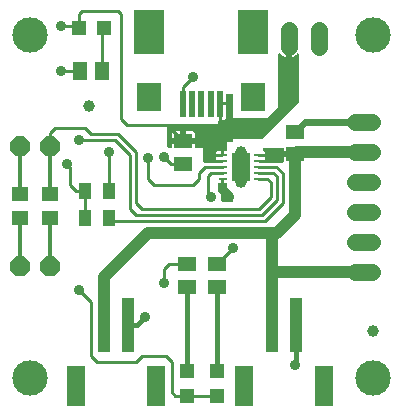
<source format=gbr>
G04 EAGLE Gerber RS-274X export*
G75*
%MOMM*%
%FSLAX34Y34*%
%LPD*%
%INTop Copper*%
%IPPOS*%
%AMOC8*
5,1,8,0,0,1.08239X$1,22.5*%
G01*
%ADD10R,0.800000X0.250000*%
%ADD11R,1.580000X2.350000*%
%ADD12R,2.000000X2.400000*%
%ADD13R,0.500000X2.308000*%
%ADD14R,2.540000X3.810000*%
%ADD15R,1.000000X4.600000*%
%ADD16R,1.600000X3.400000*%
%ADD17R,1.200000X1.200000*%
%ADD18R,1.500000X1.300000*%
%ADD19R,1.300000X1.500000*%
%ADD20C,0.304800*%
%ADD21P,1.814519X8X112.500000*%
%ADD22R,1.400000X1.200000*%
%ADD23C,1.000000*%
%ADD24C,1.406400*%
%ADD25C,3.000000*%
%ADD26R,1.100000X1.400000*%
%ADD27C,0.406400*%
%ADD28C,0.254000*%
%ADD29C,0.908000*%
%ADD30C,0.609600*%
%ADD31C,1.008000*%
%ADD32C,1.016000*%

G36*
X201914Y269358D02*
X201914Y269358D01*
X201907Y269477D01*
X201894Y269515D01*
X201889Y269556D01*
X201846Y269666D01*
X201809Y269779D01*
X201787Y269814D01*
X201772Y269851D01*
X201703Y269947D01*
X201639Y270048D01*
X201609Y270076D01*
X201586Y270109D01*
X201494Y270185D01*
X201407Y270266D01*
X201372Y270286D01*
X201341Y270311D01*
X201233Y270362D01*
X201129Y270420D01*
X201089Y270430D01*
X201053Y270447D01*
X200936Y270469D01*
X200821Y270499D01*
X200761Y270503D01*
X200741Y270507D01*
X200720Y270505D01*
X200660Y270509D01*
X196802Y270509D01*
X196684Y270494D01*
X196565Y270487D01*
X196527Y270474D01*
X196486Y270469D01*
X196376Y270426D01*
X196263Y270389D01*
X196228Y270367D01*
X196191Y270352D01*
X196095Y270283D01*
X195994Y270219D01*
X195966Y270189D01*
X195933Y270166D01*
X195857Y270074D01*
X195776Y269987D01*
X195756Y269952D01*
X195731Y269921D01*
X195680Y269813D01*
X195622Y269709D01*
X195612Y269669D01*
X195595Y269633D01*
X195573Y269516D01*
X195543Y269401D01*
X195539Y269341D01*
X195535Y269321D01*
X195537Y269300D01*
X195536Y269291D01*
X195535Y269288D01*
X195536Y269284D01*
X195533Y269240D01*
X195533Y263169D01*
X191000Y263169D01*
X190882Y263154D01*
X190763Y263147D01*
X190725Y263135D01*
X190685Y263130D01*
X190574Y263086D01*
X190461Y263049D01*
X190427Y263027D01*
X190389Y263013D01*
X190293Y262943D01*
X190192Y262879D01*
X190192Y262878D01*
X190164Y262849D01*
X190132Y262826D01*
X190132Y262825D01*
X190131Y262825D01*
X190055Y262733D01*
X189974Y262647D01*
X189954Y262611D01*
X189928Y262580D01*
X189878Y262473D01*
X189820Y262368D01*
X189810Y262329D01*
X189793Y262293D01*
X189771Y262176D01*
X189741Y262060D01*
X189737Y262000D01*
X189733Y261980D01*
X189734Y261960D01*
X189731Y261900D01*
X189731Y248061D01*
X189692Y248037D01*
X189664Y248007D01*
X189631Y247984D01*
X189556Y247892D01*
X189474Y247805D01*
X189454Y247770D01*
X189429Y247739D01*
X189378Y247631D01*
X189320Y247527D01*
X189310Y247487D01*
X189293Y247451D01*
X189271Y247334D01*
X189241Y247219D01*
X189237Y247159D01*
X189233Y247139D01*
X189235Y247118D01*
X189231Y247058D01*
X189231Y245109D01*
X147320Y245109D01*
X147202Y245094D01*
X147083Y245087D01*
X147045Y245074D01*
X147004Y245069D01*
X146894Y245026D01*
X146781Y244989D01*
X146746Y244967D01*
X146709Y244952D01*
X146613Y244883D01*
X146512Y244819D01*
X146484Y244789D01*
X146451Y244766D01*
X146376Y244674D01*
X146294Y244587D01*
X146274Y244552D01*
X146249Y244521D01*
X146198Y244413D01*
X146140Y244309D01*
X146130Y244269D01*
X146113Y244233D01*
X146091Y244116D01*
X146061Y244001D01*
X146057Y243941D01*
X146053Y243921D01*
X146054Y243907D01*
X146053Y243903D01*
X146054Y243891D01*
X146051Y243840D01*
X146051Y226060D01*
X146066Y225942D01*
X146073Y225823D01*
X146086Y225785D01*
X146091Y225744D01*
X146134Y225634D01*
X146171Y225521D01*
X146193Y225486D01*
X146208Y225449D01*
X146278Y225353D01*
X146341Y225252D01*
X146371Y225224D01*
X146394Y225191D01*
X146486Y225116D01*
X146573Y225034D01*
X146608Y225014D01*
X146639Y224989D01*
X146747Y224938D01*
X146851Y224880D01*
X146891Y224870D01*
X146927Y224853D01*
X147044Y224831D01*
X147159Y224801D01*
X147220Y224797D01*
X147240Y224793D01*
X147260Y224795D01*
X147320Y224791D01*
X148898Y224791D01*
X149016Y224806D01*
X149135Y224813D01*
X149173Y224826D01*
X149214Y224831D01*
X149324Y224874D01*
X149437Y224911D01*
X149472Y224933D01*
X149509Y224948D01*
X149605Y225018D01*
X149706Y225081D01*
X149734Y225111D01*
X149767Y225134D01*
X149843Y225226D01*
X149924Y225313D01*
X149944Y225348D01*
X149969Y225379D01*
X150020Y225487D01*
X150078Y225591D01*
X150088Y225631D01*
X150105Y225667D01*
X150127Y225784D01*
X150157Y225899D01*
X150161Y225960D01*
X150165Y225980D01*
X150163Y226000D01*
X150167Y226060D01*
X150167Y227781D01*
X158430Y227781D01*
X158548Y227796D01*
X158667Y227803D01*
X158705Y227816D01*
X158745Y227821D01*
X158856Y227864D01*
X158969Y227901D01*
X159004Y227923D01*
X159041Y227938D01*
X159137Y228008D01*
X159238Y228071D01*
X159266Y228101D01*
X159298Y228125D01*
X159374Y228216D01*
X159456Y228303D01*
X159475Y228338D01*
X159501Y228369D01*
X159552Y228477D01*
X159609Y228581D01*
X159620Y228621D01*
X159637Y228657D01*
X159659Y228774D01*
X159689Y228889D01*
X159693Y228950D01*
X159697Y228970D01*
X159695Y228990D01*
X159699Y229050D01*
X159699Y230321D01*
X159701Y230321D01*
X159701Y229050D01*
X159716Y228932D01*
X159723Y228813D01*
X159736Y228775D01*
X159741Y228735D01*
X159785Y228624D01*
X159821Y228511D01*
X159843Y228476D01*
X159858Y228439D01*
X159928Y228343D01*
X159991Y228242D01*
X160021Y228214D01*
X160045Y228181D01*
X160136Y228106D01*
X160223Y228024D01*
X160258Y228004D01*
X160290Y227979D01*
X160397Y227928D01*
X160501Y227870D01*
X160541Y227860D01*
X160577Y227843D01*
X160694Y227821D01*
X160809Y227791D01*
X160870Y227787D01*
X160890Y227783D01*
X160910Y227785D01*
X160970Y227781D01*
X169233Y227781D01*
X169233Y226060D01*
X169248Y225942D01*
X169255Y225823D01*
X169268Y225785D01*
X169273Y225744D01*
X169316Y225634D01*
X169353Y225521D01*
X169375Y225486D01*
X169390Y225449D01*
X169459Y225353D01*
X169523Y225252D01*
X169553Y225224D01*
X169576Y225191D01*
X169668Y225116D01*
X169755Y225034D01*
X169790Y225014D01*
X169821Y224989D01*
X169929Y224938D01*
X170033Y224880D01*
X170073Y224870D01*
X170109Y224853D01*
X170226Y224831D01*
X170341Y224801D01*
X170401Y224797D01*
X170421Y224793D01*
X170442Y224795D01*
X170502Y224791D01*
X176531Y224791D01*
X176531Y213360D01*
X176546Y213242D01*
X176553Y213123D01*
X176566Y213085D01*
X176571Y213044D01*
X176614Y212934D01*
X176651Y212821D01*
X176673Y212786D01*
X176688Y212749D01*
X176758Y212653D01*
X176821Y212552D01*
X176851Y212524D01*
X176874Y212491D01*
X176966Y212416D01*
X177053Y212334D01*
X177088Y212314D01*
X177119Y212289D01*
X177227Y212238D01*
X177331Y212180D01*
X177371Y212170D01*
X177407Y212153D01*
X177524Y212131D01*
X177639Y212101D01*
X177700Y212097D01*
X177720Y212093D01*
X177740Y212095D01*
X177800Y212091D01*
X185818Y212091D01*
X185936Y212106D01*
X186055Y212113D01*
X186093Y212126D01*
X186134Y212131D01*
X186244Y212174D01*
X186357Y212211D01*
X186392Y212233D01*
X186429Y212248D01*
X186525Y212318D01*
X186546Y212331D01*
X193120Y212331D01*
X193238Y212346D01*
X193357Y212353D01*
X193395Y212365D01*
X193435Y212370D01*
X193546Y212414D01*
X193659Y212451D01*
X193693Y212473D01*
X193731Y212487D01*
X193827Y212557D01*
X193928Y212621D01*
X193956Y212651D01*
X193988Y212674D01*
X194064Y212766D01*
X194146Y212853D01*
X194165Y212888D01*
X194191Y212919D01*
X194242Y213027D01*
X194299Y213131D01*
X194309Y213170D01*
X194327Y213207D01*
X194349Y213324D01*
X194379Y213439D01*
X194383Y213499D01*
X194386Y213519D01*
X194386Y213520D01*
X194385Y213540D01*
X194389Y213600D01*
X194374Y213718D01*
X194367Y213837D01*
X194354Y213875D01*
X194349Y213916D01*
X194305Y214026D01*
X194269Y214140D01*
X194247Y214174D01*
X194232Y214211D01*
X194162Y214308D01*
X194098Y214408D01*
X194069Y214436D01*
X194045Y214469D01*
X193953Y214545D01*
X193867Y214626D01*
X193831Y214646D01*
X193800Y214672D01*
X193693Y214722D01*
X193588Y214780D01*
X193549Y214790D01*
X193513Y214807D01*
X193396Y214829D01*
X193280Y214859D01*
X193220Y214863D01*
X193200Y214867D01*
X193180Y214866D01*
X193120Y214869D01*
X187087Y214869D01*
X187087Y215118D01*
X187262Y215771D01*
X187275Y215863D01*
X187297Y215953D01*
X187297Y216020D01*
X187306Y216087D01*
X187295Y216178D01*
X187294Y216271D01*
X187271Y216386D01*
X187269Y216402D01*
X187266Y216410D01*
X187262Y216429D01*
X187087Y217082D01*
X187087Y217331D01*
X193120Y217331D01*
X193238Y217346D01*
X193357Y217353D01*
X193395Y217365D01*
X193435Y217370D01*
X193546Y217414D01*
X193659Y217451D01*
X193693Y217473D01*
X193731Y217487D01*
X193827Y217557D01*
X193928Y217621D01*
X193956Y217651D01*
X193988Y217674D01*
X193989Y217675D01*
X194065Y217767D01*
X194146Y217853D01*
X194166Y217889D01*
X194192Y217920D01*
X194242Y218027D01*
X194300Y218132D01*
X194310Y218171D01*
X194327Y218207D01*
X194349Y218324D01*
X194379Y218440D01*
X194383Y218500D01*
X194387Y218520D01*
X194386Y218540D01*
X194389Y218600D01*
X194389Y221883D01*
X195580Y221883D01*
X195698Y221898D01*
X195817Y221905D01*
X195855Y221917D01*
X195896Y221923D01*
X196006Y221966D01*
X196119Y222003D01*
X196154Y222025D01*
X196191Y222040D01*
X196287Y222109D01*
X196388Y222173D01*
X196416Y222203D01*
X196449Y222226D01*
X196525Y222318D01*
X196606Y222405D01*
X196626Y222440D01*
X196651Y222471D01*
X196702Y222579D01*
X196760Y222683D01*
X196770Y222723D01*
X196787Y222759D01*
X196809Y222876D01*
X196839Y222991D01*
X196843Y223051D01*
X196847Y223071D01*
X196845Y223092D01*
X196849Y223152D01*
X196849Y229871D01*
X200660Y229871D01*
X200778Y229886D01*
X200897Y229893D01*
X200935Y229906D01*
X200976Y229911D01*
X201086Y229954D01*
X201199Y229991D01*
X201234Y230013D01*
X201271Y230028D01*
X201367Y230098D01*
X201468Y230161D01*
X201496Y230191D01*
X201529Y230214D01*
X201605Y230306D01*
X201686Y230393D01*
X201706Y230428D01*
X201731Y230459D01*
X201782Y230567D01*
X201840Y230671D01*
X201850Y230711D01*
X201867Y230747D01*
X201889Y230864D01*
X201919Y230979D01*
X201923Y231040D01*
X201927Y231060D01*
X201925Y231080D01*
X201929Y231140D01*
X201929Y232411D01*
X226060Y232411D01*
X226158Y232423D01*
X226257Y232426D01*
X226315Y232443D01*
X226376Y232451D01*
X226468Y232487D01*
X226563Y232515D01*
X226615Y232545D01*
X226671Y232568D01*
X226751Y232626D01*
X226837Y232676D01*
X226912Y232742D01*
X226929Y232754D01*
X226936Y232764D01*
X226958Y232783D01*
X257438Y263263D01*
X257498Y263341D01*
X257566Y263413D01*
X257592Y263459D01*
X257593Y263461D01*
X257596Y263467D01*
X257632Y263514D01*
X257672Y263605D01*
X257720Y263691D01*
X257735Y263750D01*
X257759Y263806D01*
X257774Y263904D01*
X257799Y263999D01*
X257805Y264099D01*
X257809Y264120D01*
X257807Y264132D01*
X257809Y264160D01*
X257809Y303474D01*
X257792Y303611D01*
X257779Y303750D01*
X257772Y303769D01*
X257769Y303789D01*
X257718Y303918D01*
X257671Y304049D01*
X257660Y304066D01*
X257652Y304085D01*
X257571Y304197D01*
X257493Y304312D01*
X257477Y304326D01*
X257466Y304342D01*
X257358Y304431D01*
X257254Y304523D01*
X257236Y304532D01*
X257221Y304545D01*
X257095Y304604D01*
X256971Y304667D01*
X256951Y304672D01*
X256933Y304680D01*
X256797Y304707D01*
X256661Y304737D01*
X256640Y304736D01*
X256621Y304740D01*
X256482Y304732D01*
X256343Y304727D01*
X256323Y304722D01*
X256303Y304720D01*
X256171Y304678D01*
X256037Y304639D01*
X256020Y304629D01*
X256001Y304622D01*
X255883Y304548D01*
X255763Y304477D01*
X255742Y304459D01*
X255732Y304452D01*
X255718Y304437D01*
X255643Y304371D01*
X254825Y303554D01*
X253671Y302715D01*
X252400Y302067D01*
X251419Y301749D01*
X251419Y316270D01*
X251404Y316388D01*
X251397Y316507D01*
X251384Y316545D01*
X251379Y316585D01*
X251336Y316696D01*
X251299Y316809D01*
X251277Y316843D01*
X251262Y316881D01*
X251193Y316977D01*
X251129Y317078D01*
X251099Y317106D01*
X251076Y317138D01*
X250984Y317214D01*
X250897Y317296D01*
X250862Y317315D01*
X250831Y317341D01*
X250723Y317392D01*
X250619Y317449D01*
X250579Y317459D01*
X250543Y317477D01*
X250426Y317499D01*
X250311Y317529D01*
X250251Y317533D01*
X250231Y317536D01*
X250210Y317535D01*
X250150Y317539D01*
X247690Y317539D01*
X247572Y317524D01*
X247453Y317517D01*
X247415Y317504D01*
X247374Y317499D01*
X247264Y317455D01*
X247151Y317419D01*
X247116Y317397D01*
X247079Y317382D01*
X246982Y317312D01*
X246882Y317249D01*
X246854Y317219D01*
X246821Y317195D01*
X246745Y317104D01*
X246664Y317017D01*
X246644Y316982D01*
X246619Y316950D01*
X246568Y316843D01*
X246510Y316738D01*
X246500Y316699D01*
X246483Y316663D01*
X246461Y316546D01*
X246431Y316430D01*
X246427Y316370D01*
X246423Y316350D01*
X246425Y316330D01*
X246421Y316270D01*
X246421Y301749D01*
X245440Y302067D01*
X244169Y302715D01*
X243015Y303554D01*
X242198Y304371D01*
X242088Y304456D01*
X241981Y304545D01*
X241962Y304554D01*
X241946Y304566D01*
X241818Y304621D01*
X241693Y304680D01*
X241673Y304684D01*
X241654Y304692D01*
X241516Y304714D01*
X241381Y304740D01*
X241360Y304739D01*
X241340Y304742D01*
X241201Y304729D01*
X241063Y304720D01*
X241044Y304714D01*
X241024Y304712D01*
X240893Y304665D01*
X240761Y304622D01*
X240743Y304612D01*
X240724Y304605D01*
X240610Y304527D01*
X240492Y304452D01*
X240478Y304438D01*
X240461Y304426D01*
X240369Y304322D01*
X240274Y304221D01*
X240264Y304203D01*
X240251Y304188D01*
X240188Y304064D01*
X240120Y303942D01*
X240115Y303923D01*
X240106Y303905D01*
X240076Y303769D01*
X240041Y303634D01*
X240039Y303606D01*
X240037Y303594D01*
X240037Y303574D01*
X240031Y303474D01*
X240031Y259606D01*
X230614Y250189D01*
X201929Y250189D01*
X201929Y269240D01*
X201914Y269358D01*
G37*
G36*
X243636Y212106D02*
X243636Y212106D01*
X243755Y212113D01*
X243793Y212126D01*
X243834Y212131D01*
X243944Y212174D01*
X244057Y212211D01*
X244092Y212233D01*
X244129Y212248D01*
X244225Y212318D01*
X244326Y212381D01*
X244354Y212411D01*
X244387Y212434D01*
X244463Y212526D01*
X244544Y212613D01*
X244564Y212648D01*
X244589Y212679D01*
X244640Y212787D01*
X244698Y212891D01*
X244708Y212931D01*
X244725Y212967D01*
X244747Y213084D01*
X244777Y213199D01*
X244781Y213260D01*
X244785Y213280D01*
X244783Y213300D01*
X244787Y213360D01*
X244787Y216721D01*
X253050Y216721D01*
X253168Y216736D01*
X253287Y216743D01*
X253325Y216756D01*
X253365Y216761D01*
X253476Y216804D01*
X253589Y216841D01*
X253624Y216863D01*
X253661Y216878D01*
X253757Y216948D01*
X253858Y217011D01*
X253886Y217041D01*
X253918Y217065D01*
X253994Y217156D01*
X254076Y217243D01*
X254095Y217278D01*
X254121Y217309D01*
X254172Y217417D01*
X254229Y217521D01*
X254240Y217561D01*
X254257Y217597D01*
X254279Y217714D01*
X254309Y217829D01*
X254313Y217890D01*
X254317Y217910D01*
X254315Y217930D01*
X254319Y217990D01*
X254319Y220530D01*
X254304Y220648D01*
X254297Y220767D01*
X254284Y220805D01*
X254279Y220845D01*
X254235Y220956D01*
X254199Y221069D01*
X254177Y221104D01*
X254162Y221141D01*
X254092Y221237D01*
X254029Y221338D01*
X253999Y221366D01*
X253975Y221398D01*
X253884Y221474D01*
X253797Y221556D01*
X253762Y221575D01*
X253730Y221601D01*
X253623Y221652D01*
X253519Y221709D01*
X253479Y221720D01*
X253443Y221737D01*
X253326Y221759D01*
X253211Y221789D01*
X253150Y221793D01*
X253130Y221797D01*
X253110Y221795D01*
X253050Y221799D01*
X244787Y221799D01*
X244787Y223520D01*
X244772Y223638D01*
X244765Y223757D01*
X244752Y223795D01*
X244747Y223836D01*
X244704Y223946D01*
X244667Y224059D01*
X244645Y224094D01*
X244630Y224131D01*
X244561Y224227D01*
X244497Y224328D01*
X244467Y224356D01*
X244444Y224389D01*
X244352Y224465D01*
X244265Y224546D01*
X244230Y224566D01*
X244199Y224591D01*
X244091Y224642D01*
X243987Y224700D01*
X243947Y224710D01*
X243911Y224727D01*
X243794Y224749D01*
X243679Y224779D01*
X243619Y224783D01*
X243599Y224787D01*
X243578Y224785D01*
X243518Y224789D01*
X228600Y224789D01*
X228482Y224774D01*
X228363Y224767D01*
X228325Y224754D01*
X228284Y224749D01*
X228174Y224706D01*
X228061Y224669D01*
X228026Y224647D01*
X227989Y224632D01*
X227893Y224563D01*
X227792Y224499D01*
X227764Y224469D01*
X227731Y224446D01*
X227655Y224354D01*
X227574Y224267D01*
X227554Y224232D01*
X227529Y224201D01*
X227478Y224093D01*
X227420Y223989D01*
X227410Y223949D01*
X227393Y223913D01*
X227371Y223796D01*
X227341Y223681D01*
X227337Y223621D01*
X227333Y223601D01*
X227334Y223596D01*
X227333Y223595D01*
X227334Y223577D01*
X227331Y223520D01*
X227331Y222808D01*
X227344Y222704D01*
X227348Y222598D01*
X227364Y222546D01*
X227371Y222493D01*
X227409Y222395D01*
X227440Y222293D01*
X227468Y222247D01*
X227488Y222197D01*
X227550Y222112D01*
X227604Y222021D01*
X227643Y221983D01*
X227674Y221940D01*
X227756Y221872D01*
X227831Y221798D01*
X227903Y221751D01*
X227919Y221737D01*
X227933Y221730D01*
X227965Y221709D01*
X228368Y221477D01*
X228747Y221098D01*
X229014Y220635D01*
X229153Y220118D01*
X229153Y219869D01*
X223520Y219869D01*
X223402Y219854D01*
X223283Y219847D01*
X223245Y219835D01*
X223204Y219830D01*
X223094Y219786D01*
X222981Y219749D01*
X222946Y219727D01*
X222909Y219713D01*
X222813Y219643D01*
X222712Y219579D01*
X222684Y219549D01*
X222651Y219526D01*
X222576Y219434D01*
X222494Y219347D01*
X222474Y219312D01*
X222449Y219281D01*
X222398Y219173D01*
X222340Y219069D01*
X222330Y219030D01*
X222313Y218993D01*
X222291Y218876D01*
X222261Y218761D01*
X222257Y218701D01*
X222253Y218681D01*
X222253Y218680D01*
X222255Y218660D01*
X222251Y218600D01*
X222266Y218482D01*
X222273Y218363D01*
X222286Y218324D01*
X222291Y218284D01*
X222334Y218174D01*
X222371Y218060D01*
X222393Y218026D01*
X222408Y217989D01*
X222478Y217892D01*
X222541Y217792D01*
X222571Y217764D01*
X222594Y217731D01*
X222686Y217655D01*
X222773Y217574D01*
X222808Y217554D01*
X222839Y217528D01*
X222947Y217478D01*
X223051Y217420D01*
X223091Y217410D01*
X223127Y217393D01*
X223244Y217371D01*
X223359Y217341D01*
X223420Y217337D01*
X223440Y217333D01*
X223460Y217334D01*
X223520Y217331D01*
X229153Y217331D01*
X229153Y217082D01*
X228978Y216429D01*
X228965Y216337D01*
X228943Y216247D01*
X228943Y216180D01*
X228934Y216113D01*
X228945Y216022D01*
X228946Y215929D01*
X228969Y215814D01*
X228971Y215798D01*
X228974Y215790D01*
X228978Y215771D01*
X229153Y215118D01*
X229153Y214869D01*
X223520Y214869D01*
X223402Y214854D01*
X223283Y214847D01*
X223245Y214835D01*
X223204Y214830D01*
X223094Y214786D01*
X222981Y214749D01*
X222946Y214727D01*
X222909Y214713D01*
X222813Y214643D01*
X222712Y214579D01*
X222684Y214549D01*
X222651Y214526D01*
X222576Y214434D01*
X222494Y214347D01*
X222474Y214312D01*
X222449Y214281D01*
X222398Y214173D01*
X222340Y214069D01*
X222330Y214030D01*
X222313Y213993D01*
X222291Y213876D01*
X222261Y213761D01*
X222257Y213701D01*
X222253Y213681D01*
X222253Y213680D01*
X222255Y213660D01*
X222251Y213600D01*
X222266Y213482D01*
X222273Y213363D01*
X222286Y213324D01*
X222291Y213284D01*
X222334Y213174D01*
X222371Y213060D01*
X222393Y213026D01*
X222408Y212989D01*
X222478Y212892D01*
X222541Y212792D01*
X222571Y212764D01*
X222594Y212731D01*
X222686Y212655D01*
X222773Y212574D01*
X222808Y212554D01*
X222839Y212528D01*
X222947Y212478D01*
X223051Y212420D01*
X223091Y212410D01*
X223127Y212393D01*
X223244Y212371D01*
X223359Y212341D01*
X223420Y212337D01*
X223440Y212333D01*
X223460Y212334D01*
X223520Y212331D01*
X229681Y212331D01*
X229710Y212314D01*
X229741Y212289D01*
X229849Y212238D01*
X229953Y212180D01*
X229993Y212170D01*
X230029Y212153D01*
X230146Y212131D01*
X230261Y212101D01*
X230321Y212097D01*
X230341Y212093D01*
X230362Y212095D01*
X230422Y212091D01*
X243518Y212091D01*
X243636Y212106D01*
G37*
G36*
X200778Y179086D02*
X200778Y179086D01*
X200897Y179093D01*
X200935Y179106D01*
X200976Y179111D01*
X201086Y179154D01*
X201199Y179191D01*
X201234Y179213D01*
X201271Y179228D01*
X201367Y179298D01*
X201468Y179361D01*
X201496Y179391D01*
X201529Y179414D01*
X201605Y179506D01*
X201686Y179593D01*
X201706Y179628D01*
X201731Y179659D01*
X201782Y179767D01*
X201840Y179871D01*
X201850Y179911D01*
X201867Y179947D01*
X201889Y180064D01*
X201919Y180179D01*
X201923Y180240D01*
X201927Y180260D01*
X201925Y180280D01*
X201929Y180340D01*
X201929Y185420D01*
X201917Y185518D01*
X201914Y185617D01*
X201908Y185638D01*
X201907Y185654D01*
X201895Y185690D01*
X201889Y185736D01*
X201853Y185828D01*
X201825Y185923D01*
X201813Y185944D01*
X201809Y185956D01*
X201790Y185986D01*
X201772Y186031D01*
X201714Y186111D01*
X201664Y186197D01*
X201598Y186272D01*
X201586Y186289D01*
X201576Y186296D01*
X201558Y186318D01*
X196849Y191026D01*
X196849Y194048D01*
X196834Y194166D01*
X196827Y194285D01*
X196814Y194323D01*
X196809Y194364D01*
X196766Y194474D01*
X196729Y194587D01*
X196707Y194622D01*
X196692Y194659D01*
X196622Y194756D01*
X196559Y194856D01*
X196529Y194884D01*
X196506Y194917D01*
X196414Y194993D01*
X196327Y195074D01*
X196292Y195094D01*
X196261Y195119D01*
X196153Y195170D01*
X196049Y195228D01*
X196009Y195238D01*
X195973Y195255D01*
X195856Y195277D01*
X195741Y195307D01*
X195681Y195311D01*
X195661Y195315D01*
X195640Y195313D01*
X195580Y195317D01*
X194389Y195317D01*
X194389Y198120D01*
X194374Y198238D01*
X194367Y198357D01*
X194355Y198395D01*
X194350Y198436D01*
X194306Y198546D01*
X194269Y198659D01*
X194247Y198694D01*
X194233Y198731D01*
X194163Y198827D01*
X194099Y198928D01*
X194069Y198956D01*
X194046Y198989D01*
X193954Y199065D01*
X193867Y199146D01*
X193832Y199166D01*
X193801Y199191D01*
X193693Y199242D01*
X193589Y199300D01*
X193550Y199310D01*
X193513Y199327D01*
X193396Y199349D01*
X193281Y199379D01*
X193221Y199383D01*
X193201Y199387D01*
X193200Y199387D01*
X193180Y199385D01*
X193120Y199389D01*
X193002Y199374D01*
X192883Y199367D01*
X192844Y199354D01*
X192804Y199349D01*
X192694Y199306D01*
X192580Y199269D01*
X192546Y199247D01*
X192509Y199232D01*
X192412Y199163D01*
X192312Y199099D01*
X192284Y199069D01*
X192251Y199046D01*
X192175Y198954D01*
X192094Y198867D01*
X192074Y198832D01*
X192048Y198801D01*
X191998Y198693D01*
X191940Y198589D01*
X191930Y198549D01*
X191913Y198513D01*
X191891Y198396D01*
X191861Y198281D01*
X191857Y198221D01*
X191853Y198201D01*
X191854Y198193D01*
X191853Y198190D01*
X191854Y198175D01*
X191851Y198120D01*
X191851Y195317D01*
X190500Y195317D01*
X190382Y195302D01*
X190263Y195295D01*
X190225Y195282D01*
X190184Y195277D01*
X190074Y195234D01*
X189961Y195197D01*
X189926Y195175D01*
X189889Y195160D01*
X189793Y195091D01*
X189692Y195027D01*
X189664Y194997D01*
X189631Y194974D01*
X189556Y194882D01*
X189474Y194795D01*
X189454Y194760D01*
X189429Y194729D01*
X189378Y194621D01*
X189320Y194517D01*
X189310Y194477D01*
X189293Y194441D01*
X189271Y194324D01*
X189241Y194209D01*
X189237Y194149D01*
X189233Y194129D01*
X189235Y194108D01*
X189231Y194048D01*
X189231Y187960D01*
X189243Y187862D01*
X189246Y187763D01*
X189257Y187725D01*
X189258Y187719D01*
X189264Y187700D01*
X189271Y187644D01*
X189307Y187552D01*
X189335Y187457D01*
X189352Y187428D01*
X189356Y187416D01*
X189370Y187393D01*
X189388Y187349D01*
X189446Y187269D01*
X189496Y187183D01*
X189521Y187156D01*
X189526Y187147D01*
X189538Y187136D01*
X189562Y187108D01*
X189574Y187091D01*
X189584Y187084D01*
X189603Y187063D01*
X191771Y184894D01*
X191771Y180340D01*
X191786Y180222D01*
X191793Y180103D01*
X191806Y180065D01*
X191811Y180024D01*
X191854Y179914D01*
X191891Y179801D01*
X191913Y179766D01*
X191928Y179729D01*
X191998Y179633D01*
X192061Y179532D01*
X192091Y179504D01*
X192114Y179471D01*
X192206Y179396D01*
X192293Y179314D01*
X192328Y179294D01*
X192359Y179269D01*
X192467Y179218D01*
X192571Y179160D01*
X192611Y179150D01*
X192647Y179133D01*
X192764Y179111D01*
X192879Y179081D01*
X192940Y179077D01*
X192960Y179073D01*
X192980Y179075D01*
X193040Y179071D01*
X200660Y179071D01*
X200778Y179086D01*
G37*
%LPC*%
G36*
X162239Y232859D02*
X162239Y232859D01*
X162239Y238853D01*
X167468Y238853D01*
X167985Y238714D01*
X168448Y238447D01*
X168827Y238068D01*
X169094Y237605D01*
X169233Y237088D01*
X169233Y232859D01*
X162239Y232859D01*
G37*
%LPD*%
%LPC*%
G36*
X150167Y232859D02*
X150167Y232859D01*
X150167Y237088D01*
X150306Y237605D01*
X150573Y238068D01*
X150952Y238447D01*
X151415Y238714D01*
X151932Y238853D01*
X157161Y238853D01*
X157161Y232859D01*
X150167Y232859D01*
G37*
%LPD*%
%LPC*%
G36*
X192269Y248327D02*
X192269Y248327D01*
X192269Y260631D01*
X195533Y260631D01*
X195533Y250092D01*
X195394Y249575D01*
X195127Y249112D01*
X194748Y248733D01*
X194285Y248466D01*
X193768Y248327D01*
X192269Y248327D01*
G37*
%LPD*%
%LPC*%
G36*
X187087Y219869D02*
X187087Y219869D01*
X187087Y220118D01*
X187226Y220635D01*
X187493Y221098D01*
X187872Y221477D01*
X188335Y221744D01*
X188852Y221883D01*
X191851Y221883D01*
X191851Y219869D01*
X187087Y219869D01*
G37*
%LPD*%
D10*
X193120Y218600D03*
X193120Y213600D03*
X193120Y208600D03*
X193120Y203600D03*
X193120Y198600D03*
X223120Y198600D03*
X223120Y203600D03*
X223120Y208600D03*
X223120Y213600D03*
X223120Y218600D03*
D11*
X208120Y208600D03*
D12*
X219000Y267540D03*
D13*
X191000Y261900D03*
X183000Y261900D03*
X175000Y261900D03*
X167000Y261900D03*
X159000Y261900D03*
D14*
X219000Y322540D03*
D12*
X131000Y267540D03*
D14*
X131000Y322540D03*
D15*
X255110Y75100D03*
X235110Y75100D03*
D16*
X279110Y23100D03*
X211110Y23100D03*
D17*
X187960Y35900D03*
X187960Y14900D03*
X162560Y35900D03*
X162560Y14900D03*
D18*
X187960Y126340D03*
X187960Y107340D03*
X162560Y126340D03*
X162560Y107340D03*
D17*
X92100Y326550D03*
X71100Y326550D03*
D19*
X91100Y289400D03*
X72100Y289400D03*
D15*
X112870Y75100D03*
X92870Y75100D03*
D16*
X136870Y23100D03*
X68870Y23100D03*
D20*
X46990Y130260D02*
X46990Y164260D01*
X46990Y185260D02*
X46990Y226260D01*
D21*
X46990Y124460D03*
X46990Y226060D03*
D22*
X46990Y165260D03*
X46990Y185260D03*
D23*
X80000Y260000D03*
D24*
X305388Y246380D02*
X319452Y246380D01*
X319452Y220980D02*
X305388Y220980D01*
D23*
X320000Y70000D03*
D24*
X319452Y144780D02*
X305388Y144780D01*
X305388Y119380D02*
X319452Y119380D01*
D18*
X159700Y230320D03*
X159700Y211320D03*
X254320Y219260D03*
X254320Y238260D03*
D25*
X320000Y30000D03*
X320000Y320000D03*
X30000Y320000D03*
X30000Y30000D03*
D24*
X274320Y310468D02*
X274320Y324532D01*
X248920Y324532D02*
X248920Y310468D01*
D26*
X96360Y165100D03*
X76360Y165100D03*
X96360Y187960D03*
X76360Y187960D03*
D24*
X305388Y195580D02*
X319452Y195580D01*
X319452Y170180D02*
X305388Y170180D01*
D20*
X21590Y164260D02*
X21590Y130260D01*
X21590Y185260D02*
X21590Y226260D01*
D21*
X21590Y124460D03*
X21590Y226060D03*
D22*
X21590Y165006D03*
X21590Y185514D03*
D27*
X187960Y107340D02*
X187960Y35900D01*
X162560Y35900D02*
X162560Y107340D01*
D28*
X71100Y326550D02*
X71100Y337800D01*
X73660Y340360D01*
X104140Y340360D01*
X106680Y337820D01*
X158880Y231140D02*
X159700Y230320D01*
X106680Y248920D02*
X106680Y337820D01*
X106680Y248920D02*
X111760Y243840D01*
X146180Y243840D01*
X159700Y230320D01*
X162560Y14900D02*
X152740Y14900D01*
X149860Y17780D01*
X149860Y43180D01*
X144780Y48260D01*
X124460Y48260D01*
X119380Y43180D01*
X86360Y43180D01*
X81280Y48260D01*
X81280Y93980D01*
X71120Y104140D01*
X69990Y327660D02*
X55880Y327660D01*
X69990Y327660D02*
X71100Y326550D01*
X162560Y14900D02*
X187960Y14900D01*
D29*
X71120Y104140D03*
X55880Y327660D03*
D28*
X201320Y139700D02*
X201930Y139700D01*
X201320Y139700D02*
X187960Y126340D01*
X193120Y208600D02*
X178120Y208600D01*
X172720Y203200D01*
X172720Y198120D01*
X167640Y193040D01*
X134620Y193040D01*
X129540Y198120D01*
X129540Y215900D01*
D29*
X201930Y139700D03*
X129540Y215900D03*
D28*
X147930Y126340D02*
X162560Y126340D01*
X147930Y126340D02*
X143510Y121920D01*
X143510Y110490D01*
X183280Y203600D02*
X193120Y203600D01*
X183280Y203600D02*
X180340Y200660D01*
X180340Y185420D01*
X182880Y182880D01*
D29*
X143510Y110490D03*
X182880Y182880D03*
D27*
X120820Y75100D02*
X112870Y75100D01*
X120820Y75100D02*
X127000Y81280D01*
X255110Y75100D02*
X255110Y41750D01*
X254000Y40640D01*
D28*
X159000Y261900D02*
X159000Y275840D01*
X167640Y284480D01*
X159700Y211320D02*
X149360Y211320D01*
X143510Y217170D01*
D30*
X262440Y246380D02*
X312420Y246380D01*
X262440Y246380D02*
X254320Y238260D01*
D28*
X96520Y220980D02*
X96360Y187960D01*
D29*
X127000Y81280D03*
X254000Y40640D03*
X167640Y284480D03*
X143510Y217170D03*
X96520Y220980D03*
X198120Y182880D03*
D31*
X208280Y220980D03*
X208280Y208280D03*
X208280Y195580D03*
D28*
X91100Y289400D02*
X91100Y325550D01*
X92100Y326550D01*
X46990Y237490D02*
X46990Y226060D01*
X46990Y237490D02*
X50800Y241300D01*
X76200Y241300D01*
X81280Y236220D01*
X104140Y236220D01*
X119380Y220980D01*
X119380Y177800D01*
X124460Y172720D01*
X223520Y172720D01*
X233680Y182880D01*
X233680Y195580D01*
X230660Y198600D02*
X223120Y198600D01*
X230660Y198600D02*
X233680Y195580D01*
X235820Y203600D02*
X223120Y203600D01*
X235820Y203600D02*
X238760Y200660D01*
X238760Y180340D01*
X226060Y167640D01*
X119380Y167640D01*
X114300Y172720D01*
X114300Y218440D01*
X101600Y231140D01*
X71120Y231140D01*
X71940Y289560D02*
X55880Y289560D01*
X71940Y289560D02*
X72100Y289400D01*
D29*
X71120Y231140D03*
X55880Y289560D03*
D32*
X92870Y115730D02*
X92870Y75100D01*
X92870Y115730D02*
X129540Y152400D01*
X231140Y152400D01*
X238760Y152400D01*
X254000Y167640D01*
X254000Y218940D01*
X254320Y219260D01*
X235110Y150970D02*
X235110Y119380D01*
X235110Y75100D01*
X235110Y150970D02*
X231140Y152400D01*
X235110Y119380D02*
X312420Y119380D01*
X312420Y220980D02*
X256040Y220980D01*
X254320Y219260D01*
D28*
X238440Y208600D02*
X223120Y208600D01*
X238440Y208600D02*
X243840Y203200D01*
X243840Y177800D01*
X228600Y162560D01*
X98900Y162560D01*
X96360Y165100D01*
X76360Y165100D02*
X76360Y187960D01*
X68580Y187960D01*
X63500Y193040D01*
X63500Y208280D01*
X60960Y210820D01*
D29*
X60960Y210820D03*
M02*

</source>
